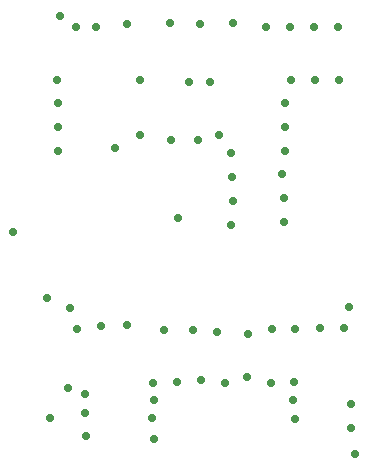
<source format=gbr>
%TF.GenerationSoftware,Altium Limited,Altium Designer,20.0.10 (225)*%
G04 Layer_Color=0*
%FSLAX26Y26*%
%MOIN*%
%TF.FileFunction,Plated,1,2,PTH,Drill*%
%TF.Part,CustomerPanel*%
G01*
G75*
%TA.AperFunction,ViaDrill,NotFilled*%
%ADD28C,0.028000*%
D28*
X2647716Y3946890D02*
D03*
X2462716Y4386890D02*
D03*
X2452716Y4171890D02*
D03*
X3150116Y4349551D02*
D03*
X3229644D02*
D03*
X3309171D02*
D03*
X3388699D02*
D03*
X3039901Y4363026D02*
D03*
X2930965Y4358653D02*
D03*
X2962716Y4166890D02*
D03*
X2892716D02*
D03*
X2834208Y3972731D02*
D03*
X2922716Y3971890D02*
D03*
X2993729Y3987726D02*
D03*
X2730059Y3987803D02*
D03*
X2685892Y4358688D02*
D03*
X2730059Y4172803D02*
D03*
X2829901Y4363026D02*
D03*
X3034265Y3928397D02*
D03*
X3037589Y3848939D02*
D03*
X3038333Y3769415D02*
D03*
X3034265Y3689991D02*
D03*
X3211168Y3699551D02*
D03*
X3210326Y3779074D02*
D03*
X3201966Y3858161D02*
D03*
X3211622Y3937101D02*
D03*
Y4016628D02*
D03*
X3213295Y4096138D02*
D03*
X3234440Y4172803D02*
D03*
X3313968D02*
D03*
X3393495D02*
D03*
X2515642Y4349551D02*
D03*
X2456311Y4094837D02*
D03*
X2457414Y4015317D02*
D03*
Y3935789D02*
D03*
X2581460Y4348426D02*
D03*
X2306131Y3665698D02*
D03*
X2857716Y3711890D02*
D03*
X3445827Y2926890D02*
D03*
X3425827Y3416890D02*
D03*
X3410827Y3346890D02*
D03*
X3330827D02*
D03*
X2430827Y3046890D02*
D03*
X2495827Y3411890D02*
D03*
X2420827Y3446890D02*
D03*
X2518673Y3341631D02*
D03*
X2490827Y3146890D02*
D03*
X2545827Y3126890D02*
D03*
X2770827Y3046890D02*
D03*
X2545827Y3061890D02*
D03*
X2550827Y2986890D02*
D03*
X2775827Y2976890D02*
D03*
X3245827Y3041890D02*
D03*
X3434201Y3011432D02*
D03*
Y3090960D02*
D03*
X2985055Y3333048D02*
D03*
X2905863Y3340341D02*
D03*
X2853349Y3164619D02*
D03*
X2932644Y3170699D02*
D03*
X3011840Y3163438D02*
D03*
X2685827Y3356890D02*
D03*
X2600827Y3351890D02*
D03*
X2775827Y3106890D02*
D03*
X2774313Y3163438D02*
D03*
X2808468Y3339139D02*
D03*
X3247842Y3340795D02*
D03*
X3168314D02*
D03*
X3090218Y3325773D02*
D03*
X3087506Y3181927D02*
D03*
X3164855Y3163438D02*
D03*
X3244380Y3164047D02*
D03*
X3240827Y3106890D02*
D03*
%TF.MD5,565ee99f83195a8c8768df6f5bd90f07*%
M02*

</source>
